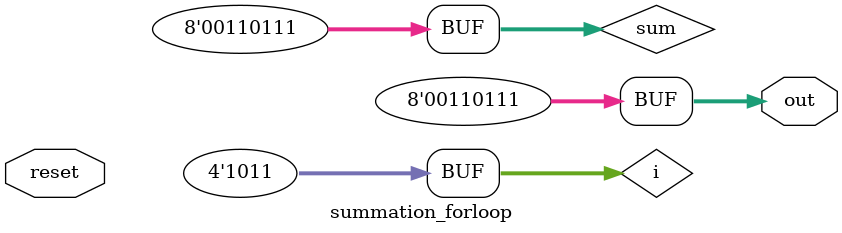
<source format=v>
module summation_forloop (
    input reset,
    output reg [7:0] out
);
    reg[7:0]sum;
    reg[3:0]i;
   always @(reset) begin
    sum=0;
    for(i=0;i<=10;i=i+1)
    begin
        sum=sum+i;
    end
    out=sum;
   end

endmodule
</source>
